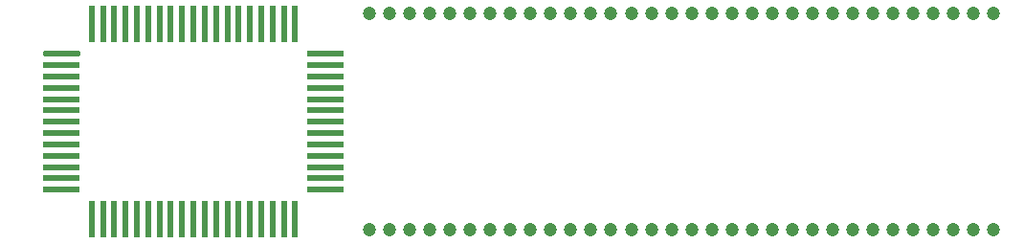
<source format=gbr>
%TF.GenerationSoftware,KiCad,Pcbnew,(5.1.10)-1*%
%TF.CreationDate,2023-11-11T20:16:55+01:00*%
%TF.ProjectId,tmp90x40-qfc2sdip,746d7039-3078-4343-902d-716663327364,rev?*%
%TF.SameCoordinates,Original*%
%TF.FileFunction,Soldermask,Top*%
%TF.FilePolarity,Negative*%
%FSLAX46Y46*%
G04 Gerber Fmt 4.6, Leading zero omitted, Abs format (unit mm)*
G04 Created by KiCad (PCBNEW (5.1.10)-1) date 2023-11-11 20:16:55*
%MOMM*%
%LPD*%
G01*
G04 APERTURE LIST*
%ADD10R,3.300000X0.500000*%
%ADD11R,0.500000X3.300000*%
%ADD12C,1.200000*%
G04 APERTURE END LIST*
D10*
%TO.C,U1*%
X97570000Y-107600000D03*
X97570000Y-106600000D03*
X97570000Y-105600000D03*
X97570000Y-104600000D03*
X97570000Y-103600000D03*
X97570000Y-102600000D03*
X97570000Y-101600000D03*
X97570000Y-100600000D03*
X97570000Y-99600000D03*
X97570000Y-98600000D03*
X97570000Y-97600000D03*
X97570000Y-96600000D03*
G36*
G01*
X99095000Y-95850000D02*
X96045000Y-95850000D01*
G75*
G02*
X95920000Y-95725000I0J125000D01*
G01*
X95920000Y-95475000D01*
G75*
G02*
X96045000Y-95350000I125000J0D01*
G01*
X99095000Y-95350000D01*
G75*
G02*
X99220000Y-95475000I0J-125000D01*
G01*
X99220000Y-95725000D01*
G75*
G02*
X99095000Y-95850000I-125000J0D01*
G01*
G37*
D11*
X103220000Y-92950000D03*
X104220000Y-92950000D03*
X105220000Y-92950000D03*
X106220000Y-92950000D03*
X107220000Y-92950000D03*
X108220000Y-92950000D03*
X109220000Y-92950000D03*
X110220000Y-92950000D03*
X111220000Y-92950000D03*
X112220000Y-92950000D03*
X113220000Y-92950000D03*
X114220000Y-92950000D03*
X115220000Y-92950000D03*
D10*
X120870000Y-95600000D03*
X120870000Y-96600000D03*
X120870000Y-97600000D03*
X120870000Y-98600000D03*
X120870000Y-99600000D03*
X120870000Y-100600000D03*
X120870000Y-101600000D03*
X120870000Y-102600000D03*
X120870000Y-103600000D03*
X120870000Y-104600000D03*
X120870000Y-105600000D03*
X120870000Y-106600000D03*
X120870000Y-107600000D03*
D11*
X115220000Y-110250000D03*
X114220000Y-110250000D03*
X113220000Y-110250000D03*
X112220000Y-110250000D03*
X111220000Y-110250000D03*
X110220000Y-110250000D03*
X109220000Y-110250000D03*
X108220000Y-110250000D03*
X107220000Y-110250000D03*
X106220000Y-110250000D03*
X105220000Y-110250000D03*
X104220000Y-110250000D03*
X103220000Y-110250000D03*
X102220000Y-110250000D03*
X100220000Y-110250000D03*
X101220000Y-110250000D03*
X116220000Y-110250000D03*
X117220000Y-110250000D03*
X118220000Y-110250000D03*
X101220000Y-92950000D03*
X102220000Y-92950000D03*
X100220000Y-92950000D03*
X117220000Y-92950000D03*
X116220000Y-92950000D03*
X118220000Y-92950000D03*
%TD*%
D12*
%TO.C,U2*%
X124810000Y-111150400D03*
X126590000Y-111150400D03*
X128370000Y-111150400D03*
X130150000Y-111150400D03*
X131930000Y-111150400D03*
X133710000Y-111150400D03*
X135490000Y-111150400D03*
X137270000Y-111150400D03*
X139050000Y-111150400D03*
X140830000Y-111150400D03*
X142610000Y-111150400D03*
X144390000Y-111150400D03*
X146170000Y-111150400D03*
X147950000Y-111150400D03*
X149730000Y-111150400D03*
X151510000Y-111150400D03*
X153290000Y-111150400D03*
X155070000Y-111150400D03*
X156850000Y-111150400D03*
X158630000Y-111150400D03*
X160410000Y-111150400D03*
X162190000Y-111150400D03*
X163970000Y-111150400D03*
X165750000Y-111150400D03*
X167530000Y-111150400D03*
X169310000Y-111150400D03*
X171090000Y-111150400D03*
X172870000Y-111150400D03*
X174650000Y-111150400D03*
X176430000Y-111150400D03*
X178210000Y-111150400D03*
X179990000Y-111150400D03*
X179990000Y-92049600D03*
X178210000Y-92049600D03*
X176430000Y-92049600D03*
X174650000Y-92049600D03*
X172870000Y-92049600D03*
X171090000Y-92049600D03*
X169310000Y-92049600D03*
X167530000Y-92049600D03*
X165750000Y-92049600D03*
X163970000Y-92049600D03*
X162190000Y-92049600D03*
X160410000Y-92049600D03*
X158630000Y-92049600D03*
X156850000Y-92049600D03*
X155070000Y-92049600D03*
X153290000Y-92049600D03*
X151510000Y-92049600D03*
X149730000Y-92049600D03*
X147950000Y-92049600D03*
X146170000Y-92049600D03*
X144390000Y-92049600D03*
X142610000Y-92049600D03*
X140830000Y-92049600D03*
X139050000Y-92049600D03*
X137270000Y-92049600D03*
X135490000Y-92049600D03*
X133710000Y-92049600D03*
X131930000Y-92049600D03*
X130150000Y-92049600D03*
X128370000Y-92049600D03*
X126590000Y-92049600D03*
X124810000Y-92049600D03*
%TD*%
M02*

</source>
